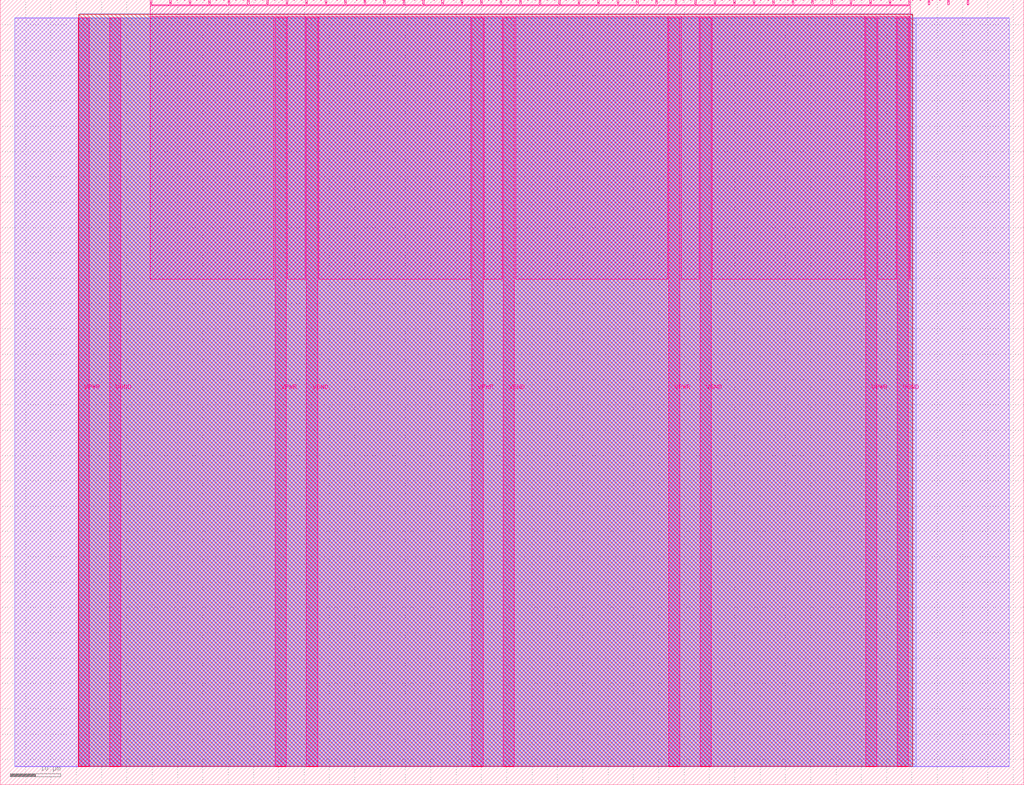
<source format=lef>
VERSION 5.7 ;
  NOWIREEXTENSIONATPIN ON ;
  DIVIDERCHAR "/" ;
  BUSBITCHARS "[]" ;
MACRO tt_um_b_0_array_multiplier
  CLASS BLOCK ;
  FOREIGN tt_um_b_0_array_multiplier ;
  ORIGIN 0.000 0.000 ;
  SIZE 202.080 BY 154.980 ;
  PIN VGND
    DIRECTION INOUT ;
    USE GROUND ;
    PORT
      LAYER Metal5 ;
        RECT 21.580 3.560 23.780 151.420 ;
    END
    PORT
      LAYER Metal5 ;
        RECT 60.450 3.560 62.650 151.420 ;
    END
    PORT
      LAYER Metal5 ;
        RECT 99.320 3.560 101.520 151.420 ;
    END
    PORT
      LAYER Metal5 ;
        RECT 138.190 3.560 140.390 151.420 ;
    END
    PORT
      LAYER Metal5 ;
        RECT 177.060 3.560 179.260 151.420 ;
    END
  END VGND
  PIN VPWR
    DIRECTION INOUT ;
    USE POWER ;
    PORT
      LAYER Metal5 ;
        RECT 15.380 3.560 17.580 151.420 ;
    END
    PORT
      LAYER Metal5 ;
        RECT 54.250 3.560 56.450 151.420 ;
    END
    PORT
      LAYER Metal5 ;
        RECT 93.120 3.560 95.320 151.420 ;
    END
    PORT
      LAYER Metal5 ;
        RECT 131.990 3.560 134.190 151.420 ;
    END
    PORT
      LAYER Metal5 ;
        RECT 170.860 3.560 173.060 151.420 ;
    END
  END VPWR
  PIN clk
    DIRECTION INPUT ;
    USE SIGNAL ;
    PORT
      LAYER Metal5 ;
        RECT 187.050 153.980 187.350 154.980 ;
    END
  END clk
  PIN ena
    DIRECTION INPUT ;
    USE SIGNAL ;
    PORT
      LAYER Metal5 ;
        RECT 190.890 153.980 191.190 154.980 ;
    END
  END ena
  PIN rst_n
    DIRECTION INPUT ;
    USE SIGNAL ;
    PORT
      LAYER Metal5 ;
        RECT 183.210 153.980 183.510 154.980 ;
    END
  END rst_n
  PIN ui_in[0]
    DIRECTION INPUT ;
    USE SIGNAL ;
    ANTENNAGATEAREA 0.213200 ;
    PORT
      LAYER Metal5 ;
        RECT 179.370 153.980 179.670 154.980 ;
    END
  END ui_in[0]
  PIN ui_in[1]
    DIRECTION INPUT ;
    USE SIGNAL ;
    ANTENNAGATEAREA 0.213200 ;
    PORT
      LAYER Metal5 ;
        RECT 175.530 153.980 175.830 154.980 ;
    END
  END ui_in[1]
  PIN ui_in[2]
    DIRECTION INPUT ;
    USE SIGNAL ;
    ANTENNAGATEAREA 0.213200 ;
    PORT
      LAYER Metal5 ;
        RECT 171.690 153.980 171.990 154.980 ;
    END
  END ui_in[2]
  PIN ui_in[3]
    DIRECTION INPUT ;
    USE SIGNAL ;
    ANTENNAGATEAREA 0.213200 ;
    PORT
      LAYER Metal5 ;
        RECT 167.850 153.980 168.150 154.980 ;
    END
  END ui_in[3]
  PIN ui_in[4]
    DIRECTION INPUT ;
    USE SIGNAL ;
    ANTENNAGATEAREA 0.213200 ;
    PORT
      LAYER Metal5 ;
        RECT 164.010 153.980 164.310 154.980 ;
    END
  END ui_in[4]
  PIN ui_in[5]
    DIRECTION INPUT ;
    USE SIGNAL ;
    ANTENNAGATEAREA 0.213200 ;
    PORT
      LAYER Metal5 ;
        RECT 160.170 153.980 160.470 154.980 ;
    END
  END ui_in[5]
  PIN ui_in[6]
    DIRECTION INPUT ;
    USE SIGNAL ;
    ANTENNAGATEAREA 0.213200 ;
    PORT
      LAYER Metal5 ;
        RECT 156.330 153.980 156.630 154.980 ;
    END
  END ui_in[6]
  PIN ui_in[7]
    DIRECTION INPUT ;
    USE SIGNAL ;
    ANTENNAGATEAREA 0.213200 ;
    PORT
      LAYER Metal5 ;
        RECT 152.490 153.980 152.790 154.980 ;
    END
  END ui_in[7]
  PIN uio_in[0]
    DIRECTION INPUT ;
    USE SIGNAL ;
    PORT
      LAYER Metal5 ;
        RECT 148.650 153.980 148.950 154.980 ;
    END
  END uio_in[0]
  PIN uio_in[1]
    DIRECTION INPUT ;
    USE SIGNAL ;
    PORT
      LAYER Metal5 ;
        RECT 144.810 153.980 145.110 154.980 ;
    END
  END uio_in[1]
  PIN uio_in[2]
    DIRECTION INPUT ;
    USE SIGNAL ;
    PORT
      LAYER Metal5 ;
        RECT 140.970 153.980 141.270 154.980 ;
    END
  END uio_in[2]
  PIN uio_in[3]
    DIRECTION INPUT ;
    USE SIGNAL ;
    PORT
      LAYER Metal5 ;
        RECT 137.130 153.980 137.430 154.980 ;
    END
  END uio_in[3]
  PIN uio_in[4]
    DIRECTION INPUT ;
    USE SIGNAL ;
    PORT
      LAYER Metal5 ;
        RECT 133.290 153.980 133.590 154.980 ;
    END
  END uio_in[4]
  PIN uio_in[5]
    DIRECTION INPUT ;
    USE SIGNAL ;
    PORT
      LAYER Metal5 ;
        RECT 129.450 153.980 129.750 154.980 ;
    END
  END uio_in[5]
  PIN uio_in[6]
    DIRECTION INPUT ;
    USE SIGNAL ;
    PORT
      LAYER Metal5 ;
        RECT 125.610 153.980 125.910 154.980 ;
    END
  END uio_in[6]
  PIN uio_in[7]
    DIRECTION INPUT ;
    USE SIGNAL ;
    PORT
      LAYER Metal5 ;
        RECT 121.770 153.980 122.070 154.980 ;
    END
  END uio_in[7]
  PIN uio_oe[0]
    DIRECTION OUTPUT ;
    USE SIGNAL ;
    ANTENNADIFFAREA 0.299200 ;
    PORT
      LAYER Metal5 ;
        RECT 56.490 153.980 56.790 154.980 ;
    END
  END uio_oe[0]
  PIN uio_oe[1]
    DIRECTION OUTPUT ;
    USE SIGNAL ;
    ANTENNADIFFAREA 0.299200 ;
    PORT
      LAYER Metal5 ;
        RECT 52.650 153.980 52.950 154.980 ;
    END
  END uio_oe[1]
  PIN uio_oe[2]
    DIRECTION OUTPUT ;
    USE SIGNAL ;
    ANTENNADIFFAREA 0.299200 ;
    PORT
      LAYER Metal5 ;
        RECT 48.810 153.980 49.110 154.980 ;
    END
  END uio_oe[2]
  PIN uio_oe[3]
    DIRECTION OUTPUT ;
    USE SIGNAL ;
    ANTENNADIFFAREA 0.299200 ;
    PORT
      LAYER Metal5 ;
        RECT 44.970 153.980 45.270 154.980 ;
    END
  END uio_oe[3]
  PIN uio_oe[4]
    DIRECTION OUTPUT ;
    USE SIGNAL ;
    ANTENNADIFFAREA 0.299200 ;
    PORT
      LAYER Metal5 ;
        RECT 41.130 153.980 41.430 154.980 ;
    END
  END uio_oe[4]
  PIN uio_oe[5]
    DIRECTION OUTPUT ;
    USE SIGNAL ;
    ANTENNADIFFAREA 0.299200 ;
    PORT
      LAYER Metal5 ;
        RECT 37.290 153.980 37.590 154.980 ;
    END
  END uio_oe[5]
  PIN uio_oe[6]
    DIRECTION OUTPUT ;
    USE SIGNAL ;
    ANTENNADIFFAREA 0.299200 ;
    PORT
      LAYER Metal5 ;
        RECT 33.450 153.980 33.750 154.980 ;
    END
  END uio_oe[6]
  PIN uio_oe[7]
    DIRECTION OUTPUT ;
    USE SIGNAL ;
    ANTENNADIFFAREA 0.299200 ;
    PORT
      LAYER Metal5 ;
        RECT 29.610 153.980 29.910 154.980 ;
    END
  END uio_oe[7]
  PIN uio_out[0]
    DIRECTION OUTPUT ;
    USE SIGNAL ;
    ANTENNADIFFAREA 0.299200 ;
    PORT
      LAYER Metal5 ;
        RECT 87.210 153.980 87.510 154.980 ;
    END
  END uio_out[0]
  PIN uio_out[1]
    DIRECTION OUTPUT ;
    USE SIGNAL ;
    ANTENNADIFFAREA 0.299200 ;
    PORT
      LAYER Metal5 ;
        RECT 83.370 153.980 83.670 154.980 ;
    END
  END uio_out[1]
  PIN uio_out[2]
    DIRECTION OUTPUT ;
    USE SIGNAL ;
    ANTENNADIFFAREA 0.299200 ;
    PORT
      LAYER Metal5 ;
        RECT 79.530 153.980 79.830 154.980 ;
    END
  END uio_out[2]
  PIN uio_out[3]
    DIRECTION OUTPUT ;
    USE SIGNAL ;
    ANTENNADIFFAREA 0.299200 ;
    PORT
      LAYER Metal5 ;
        RECT 75.690 153.980 75.990 154.980 ;
    END
  END uio_out[3]
  PIN uio_out[4]
    DIRECTION OUTPUT ;
    USE SIGNAL ;
    ANTENNADIFFAREA 0.299200 ;
    PORT
      LAYER Metal5 ;
        RECT 71.850 153.980 72.150 154.980 ;
    END
  END uio_out[4]
  PIN uio_out[5]
    DIRECTION OUTPUT ;
    USE SIGNAL ;
    ANTENNADIFFAREA 0.299200 ;
    PORT
      LAYER Metal5 ;
        RECT 68.010 153.980 68.310 154.980 ;
    END
  END uio_out[5]
  PIN uio_out[6]
    DIRECTION OUTPUT ;
    USE SIGNAL ;
    ANTENNADIFFAREA 0.299200 ;
    PORT
      LAYER Metal5 ;
        RECT 64.170 153.980 64.470 154.980 ;
    END
  END uio_out[6]
  PIN uio_out[7]
    DIRECTION OUTPUT ;
    USE SIGNAL ;
    ANTENNADIFFAREA 0.299200 ;
    PORT
      LAYER Metal5 ;
        RECT 60.330 153.980 60.630 154.980 ;
    END
  END uio_out[7]
  PIN uo_out[0]
    DIRECTION OUTPUT ;
    USE SIGNAL ;
    ANTENNAGATEAREA 0.241800 ;
    ANTENNADIFFAREA 0.632400 ;
    PORT
      LAYER Metal5 ;
        RECT 117.930 153.980 118.230 154.980 ;
    END
  END uo_out[0]
  PIN uo_out[1]
    DIRECTION OUTPUT ;
    USE SIGNAL ;
    ANTENNADIFFAREA 0.654800 ;
    PORT
      LAYER Metal5 ;
        RECT 114.090 153.980 114.390 154.980 ;
    END
  END uo_out[1]
  PIN uo_out[2]
    DIRECTION OUTPUT ;
    USE SIGNAL ;
    ANTENNADIFFAREA 0.654800 ;
    PORT
      LAYER Metal5 ;
        RECT 110.250 153.980 110.550 154.980 ;
    END
  END uo_out[2]
  PIN uo_out[3]
    DIRECTION OUTPUT ;
    USE SIGNAL ;
    ANTENNADIFFAREA 0.654800 ;
    PORT
      LAYER Metal5 ;
        RECT 106.410 153.980 106.710 154.980 ;
    END
  END uo_out[3]
  PIN uo_out[4]
    DIRECTION OUTPUT ;
    USE SIGNAL ;
    ANTENNADIFFAREA 0.654800 ;
    PORT
      LAYER Metal5 ;
        RECT 102.570 153.980 102.870 154.980 ;
    END
  END uo_out[4]
  PIN uo_out[5]
    DIRECTION OUTPUT ;
    USE SIGNAL ;
    ANTENNADIFFAREA 0.654800 ;
    PORT
      LAYER Metal5 ;
        RECT 98.730 153.980 99.030 154.980 ;
    END
  END uo_out[5]
  PIN uo_out[6]
    DIRECTION OUTPUT ;
    USE SIGNAL ;
    ANTENNADIFFAREA 0.654800 ;
    PORT
      LAYER Metal5 ;
        RECT 94.890 153.980 95.190 154.980 ;
    END
  END uo_out[6]
  PIN uo_out[7]
    DIRECTION OUTPUT ;
    USE SIGNAL ;
    ANTENNADIFFAREA 0.654800 ;
    PORT
      LAYER Metal5 ;
        RECT 91.050 153.980 91.350 154.980 ;
    END
  END uo_out[7]
  OBS
      LAYER GatPoly ;
        RECT 2.880 3.630 199.200 151.350 ;
      LAYER Metal1 ;
        RECT 2.880 3.560 199.200 151.420 ;
      LAYER Metal2 ;
        RECT 15.515 3.680 180.865 151.300 ;
      LAYER Metal3 ;
        RECT 15.560 3.635 180.100 152.185 ;
      LAYER Metal4 ;
        RECT 15.515 3.680 180.145 152.140 ;
      LAYER Metal5 ;
        RECT 30.120 153.770 33.240 153.980 ;
        RECT 33.960 153.770 37.080 153.980 ;
        RECT 37.800 153.770 40.920 153.980 ;
        RECT 41.640 153.770 44.760 153.980 ;
        RECT 45.480 153.770 48.600 153.980 ;
        RECT 49.320 153.770 52.440 153.980 ;
        RECT 53.160 153.770 56.280 153.980 ;
        RECT 57.000 153.770 60.120 153.980 ;
        RECT 60.840 153.770 63.960 153.980 ;
        RECT 64.680 153.770 67.800 153.980 ;
        RECT 68.520 153.770 71.640 153.980 ;
        RECT 72.360 153.770 75.480 153.980 ;
        RECT 76.200 153.770 79.320 153.980 ;
        RECT 80.040 153.770 83.160 153.980 ;
        RECT 83.880 153.770 87.000 153.980 ;
        RECT 87.720 153.770 90.840 153.980 ;
        RECT 91.560 153.770 94.680 153.980 ;
        RECT 95.400 153.770 98.520 153.980 ;
        RECT 99.240 153.770 102.360 153.980 ;
        RECT 103.080 153.770 106.200 153.980 ;
        RECT 106.920 153.770 110.040 153.980 ;
        RECT 110.760 153.770 113.880 153.980 ;
        RECT 114.600 153.770 117.720 153.980 ;
        RECT 118.440 153.770 121.560 153.980 ;
        RECT 122.280 153.770 125.400 153.980 ;
        RECT 126.120 153.770 129.240 153.980 ;
        RECT 129.960 153.770 133.080 153.980 ;
        RECT 133.800 153.770 136.920 153.980 ;
        RECT 137.640 153.770 140.760 153.980 ;
        RECT 141.480 153.770 144.600 153.980 ;
        RECT 145.320 153.770 148.440 153.980 ;
        RECT 149.160 153.770 152.280 153.980 ;
        RECT 153.000 153.770 156.120 153.980 ;
        RECT 156.840 153.770 159.960 153.980 ;
        RECT 160.680 153.770 163.800 153.980 ;
        RECT 164.520 153.770 167.640 153.980 ;
        RECT 168.360 153.770 171.480 153.980 ;
        RECT 172.200 153.770 175.320 153.980 ;
        RECT 176.040 153.770 179.160 153.980 ;
        RECT 29.660 151.630 179.620 153.770 ;
        RECT 29.660 99.815 54.040 151.630 ;
        RECT 56.660 99.815 60.240 151.630 ;
        RECT 62.860 99.815 92.910 151.630 ;
        RECT 95.530 99.815 99.110 151.630 ;
        RECT 101.730 99.815 131.780 151.630 ;
        RECT 134.400 99.815 137.980 151.630 ;
        RECT 140.600 99.815 170.650 151.630 ;
        RECT 173.270 99.815 176.850 151.630 ;
        RECT 179.470 99.815 179.620 151.630 ;
  END
END tt_um_b_0_array_multiplier
END LIBRARY


</source>
